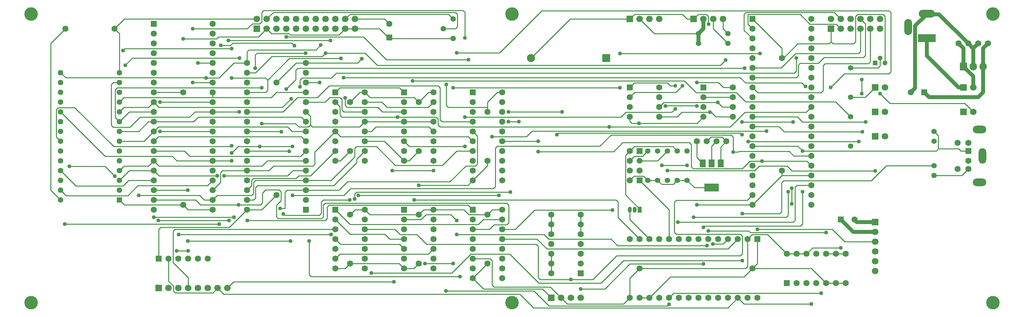
<source format=gbr>
%TF.GenerationSoftware,Novarm,DipTrace,4.3.0.5*%
%TF.CreationDate,2023-08-20T23:12:23+01:00*%
%FSLAX26Y26*%
%MOIN*%
%TF.FileFunction,Copper,L1,Top*%
%TF.Part,Single*%
%TA.AperFunction,Conductor*%
%ADD13C,0.009843*%
%ADD14C,0.03937*%
%TA.AperFunction,ComponentPad*%
%ADD17C,0.055118*%
%ADD18C,0.055118*%
%ADD19C,0.062992*%
%ADD20R,0.062992X0.062992*%
%ADD21C,0.062992*%
%ADD22C,0.06*%
%ADD23C,0.137795*%
%ADD24R,0.051181X0.051181*%
%ADD25C,0.051181*%
%ADD26R,0.066929X0.066929*%
%ADD27C,0.066929*%
%ADD28R,0.056693X0.056693*%
%ADD29C,0.056693*%
%ADD30O,0.137795X0.07874*%
%ADD31O,0.07874X0.15748*%
%ADD32C,0.066929*%
%ADD33R,0.181102X0.07874*%
%ADD34O,0.165354X0.07874*%
%ADD35O,0.07874X0.165354*%
%ADD36R,0.075X0.07874*%
%ADD37O,0.075X0.07874*%
%ADD38R,0.041339X0.059055*%
%ADD39O,0.041339X0.059055*%
%ADD40R,0.082677X0.082677*%
%ADD41C,0.082677*%
%ADD42C,0.056693*%
%ADD43R,0.059055X0.07874*%
%ADD44R,0.149606X0.07874*%
%TA.AperFunction,ViaPad*%
%ADD45C,0.04*%
%TA.AperFunction,ComponentPad*%
%ADD108C,0.03937*%
G75*
G01*
%LPD*%
X7427953Y1669684D2*
D13*
X7251969D1*
X7177953Y1743699D1*
X7427953Y1917715D2*
Y2093699D1*
X7477953Y2143699D1*
X6777953Y1743699D2*
X6733661Y1787991D1*
X6637992D1*
X6593701Y1743699D1*
X6877953D2*
X6777953D1*
X7077953D2*
X7037600Y1703346D1*
X6918306D1*
X6877953Y1743699D1*
X7177953D2*
X7077953D1*
X7293701Y3143701D2*
D14*
Y3243701D1*
X793701Y1544093D2*
D13*
X693701Y1644093D1*
Y3143306D1*
X844488Y3294093D1*
X5293701Y2643701D2*
X5243112D1*
X5143307Y2543896D1*
Y2490159D1*
Y2443896D1*
X8743701Y1343699D2*
D14*
X8868701Y1218699D1*
X9093701D1*
X8143701Y1843699D2*
D13*
Y1793699D1*
X7843504Y1493503D1*
X8393701Y993699D2*
X8293701D1*
X5793701D2*
Y893699D1*
X7277953Y2143699D2*
Y1977164D1*
X7337402Y1917715D1*
X4593701Y1443699D2*
X4493898D1*
X4444094Y1393896D1*
X2993504Y1593699D2*
X2843504Y1443699D1*
X2693701D1*
X4793898Y3193306D2*
X4143701D1*
Y3205904D1*
X9593701Y2643699D2*
D14*
X9643701Y2593699D1*
X10143701D1*
X10193701Y2643699D1*
Y2906495D1*
X6693701Y843699D2*
D13*
X6593701Y743699D1*
Y543699D1*
X3893701Y2643699D2*
X3844094D1*
X3743701Y2543306D1*
X4593701Y2643699D2*
X4543701D1*
X4443701Y2543699D1*
X1743504Y2643699D2*
X2043701Y2643896D1*
X3893701Y1443699D2*
X3793701D1*
X3743701Y1393699D1*
X5293701Y1443701D2*
X5193899D1*
X5144094Y1393896D1*
X7293701Y3243701D2*
D14*
X7344094Y3294094D1*
Y3393699D1*
X8293701Y993699D2*
D13*
X8193701D1*
X5793701Y893699D2*
Y793699D1*
X3793701Y3293699D2*
X3693701D1*
X4143701Y3205904D2*
Y3193701D1*
X4043702Y3293699D1*
X3793701D1*
X10193701Y2906495D2*
D14*
Y3095276D1*
X10242126Y3143701D1*
X2693701Y1443699D2*
D13*
X2513389Y1263387D1*
X1813385D1*
X1793701Y1243703D1*
Y943699D1*
X4993701Y943701D2*
X5170667D1*
X5190354Y924013D1*
Y674332D1*
X5210039Y654647D1*
X5782753D1*
X5893701Y543699D1*
X6693701Y843699D2*
X7774013D1*
X7793701Y863388D1*
Y1143699D1*
X5143307Y2490159D2*
X4744255D1*
X4724570Y2509844D1*
Y2724725D1*
X3893701Y2643699D2*
X3947438Y2589962D1*
X4397438D1*
X4443701Y2543699D1*
X7293701Y3243701D2*
X6843699D1*
X6693701Y3393699D1*
X9143701Y2993699D2*
Y2913389D1*
X9124012Y2893699D1*
X8843701D1*
X3893701Y1443699D2*
X3943504Y1393896D1*
X4444094D1*
X5144094D2*
X4952657D1*
X4902854Y1443699D1*
X4593701D1*
X9693701Y1793699D2*
X9977165D1*
X10043701Y1860235D1*
X3740118Y1544411D2*
X3468701D1*
X3449015Y1524725D1*
Y1407052D1*
X3429330Y1387367D1*
X3078110D1*
X3063031Y1402446D1*
X8143701Y1793699D2*
X8143700Y1793701D1*
X8443504Y1793503D1*
X2043700Y3189962D2*
X2382570D1*
X2403259Y3210651D1*
X2810653D1*
X2893701Y3293699D1*
X8393701Y993699D2*
X8455042Y1055040D1*
X8743700D1*
X7843504Y1493503D2*
X7277952Y1493505D1*
Y2745473D2*
X7495489D1*
X7547657Y2693306D1*
X7644094D1*
X5893701Y543699D2*
X5956415Y480985D1*
X6530987D1*
X6593701Y543699D1*
X7793701Y1143699D2*
X7839964Y1189962D1*
X7997438D1*
X8193701Y993699D1*
X2893701Y3293699D2*
X2941986Y3245414D1*
X3120926D1*
X3136004Y3230336D1*
X3630338D1*
X3693701Y3293699D1*
X6955433Y2504804D2*
X6959725Y2509096D1*
X7273660D1*
X7277952Y2504804D1*
X9943701Y3143701D2*
D14*
X9993701Y3093701D1*
Y2906495D1*
X10093701Y2806495D1*
Y2693699D1*
X1393701Y2444093D2*
D13*
X1439574Y2489966D1*
X1689771D1*
X1743504Y2543699D1*
X3293701D2*
X3491158D1*
X3537420Y2589962D1*
X3639964D1*
X3659649Y2570277D1*
Y2463385D1*
X3679335Y2443699D1*
X3893701D1*
X6693701Y1143699D2*
X6472271Y1365129D1*
Y1524726D1*
X6452586Y1544411D1*
X4397437D1*
X1743504Y2543699D2*
X1797237Y2489966D1*
X3052721D1*
X3141929Y2579174D1*
X1743504Y1543699D2*
X2169965D1*
X2219765Y1493899D1*
X2606106D1*
X2829177D1*
X2848862Y1513584D1*
Y1613387D1*
X2883626Y1648151D1*
X3020082D1*
X3039767Y1628466D1*
Y1537528D1*
X2993504Y1491265D1*
Y1372288D1*
X3013189Y1352603D1*
X3449015D1*
X3468700Y1372288D1*
Y1489962D1*
X3488385Y1509647D1*
X5339964D1*
X5359649Y1489962D1*
Y1309647D1*
X5339964Y1289962D1*
X5210370D1*
X5164109Y1243701D1*
X4993701D1*
X1743504Y1368162D2*
X2559492D1*
X1588972Y1589962D2*
X2211107D1*
X2257370Y1543699D1*
X2343504D1*
X3293701Y1743699D2*
X3548827D1*
X3789960Y1984833D1*
Y2070277D1*
X3809645Y2089962D1*
X4012129D1*
X4204653Y1897438D1*
X4684067D1*
X4830330Y2043701D1*
X4993701D1*
X2343504Y1543699D2*
X2389767Y1589962D1*
X2739964D1*
X2759649Y1609647D1*
Y1724013D1*
X2779336Y1743699D1*
X3293701D1*
X2343504Y1643699D2*
X2424523Y1724719D1*
Y1824013D1*
X2444210Y1843699D1*
X2693701D1*
X2409448Y1298151D2*
X836811Y1298159D1*
X3593701Y2243699D2*
X3647438Y2189962D1*
X4947439D1*
X4993701Y2143701D1*
X2693701Y1843699D2*
X2915996D1*
X2962258Y1889962D1*
X3364852D1*
X3384537Y1909647D1*
Y2034536D1*
X3593701Y2243699D1*
X3028267Y1456501D2*
X3079137D1*
Y1624012D1*
X3098825Y1643699D1*
X3293701D1*
X2343504Y1743699D2*
X2289767Y1689962D1*
X1581059D1*
X1478303Y1587206D1*
X850588D1*
X793701Y1644093D1*
X3293701Y1643699D2*
X3630986D1*
X3716783Y1729497D1*
X4761119D1*
X4921584Y1889962D1*
X5020279D1*
X5039964Y1909647D1*
Y2197437D1*
X4993701Y2243701D1*
X2693701Y2443699D2*
X3059155D1*
X3205417Y2589962D1*
X3408704D1*
X3528389Y2709647D1*
X4639964D1*
X4659649Y2689962D1*
Y2363385D1*
X4679334Y2343701D1*
X4993701D1*
X4794098Y2689962D2*
X6493700D1*
X4593701Y2343699D2*
X4293701D1*
X3893701D2*
X3839964Y2289962D1*
X3360830D1*
X3339964Y2310828D1*
Y2397436D1*
X3293701Y2443699D1*
X7921318Y3039765D2*
X6493700D1*
X1393701Y2344093D2*
X1493307Y2443699D1*
X1743504D1*
X2844256Y2690155D2*
X1370272D1*
X1350590Y2670473D1*
Y2387204D1*
X1393701Y2344093D1*
X3339964Y2310828D2*
X3319098Y2289962D1*
X3222306D1*
X3187543Y2324725D1*
X2844256D1*
X4293701Y2343699D2*
X3893701D1*
X3293701D2*
X3247438Y2389962D1*
X2197236D1*
X2150974Y2343699D1*
X1743504D1*
X8288594Y2993501D2*
Y2859450D1*
X8268909Y2839765D1*
X3601492D1*
X3551689Y2789962D1*
X3252051D1*
X3232366Y2770277D1*
Y2700324D1*
X1743504Y2343699D2*
X1687989D1*
X1588382Y2244093D1*
X1393701D1*
X3293701Y2243699D2*
X3151346D1*
X3105083Y2289962D1*
X1789767D1*
X1743504Y2243699D1*
X7762476Y2889962D2*
X3210039D1*
X3190354Y2870277D1*
Y2774604D1*
X3094216Y2678466D1*
X1743504Y2243699D2*
X1643898Y2144093D1*
X1393701D1*
X1743504Y2143699D2*
X1789767Y2189962D1*
X3247438D1*
X3293701Y2143699D1*
X1743504Y2043699D2*
X2056126D1*
X2109863Y1989962D1*
X3239964D1*
X3293701Y2043699D1*
X1393701Y1844093D2*
X1439578Y1889970D1*
X1689775D1*
X1743504Y1943699D1*
X1797233Y1889970D1*
X2847473D1*
X2901203Y1943699D1*
X3293701D1*
X2389759Y1789962D2*
X1797241D1*
X1743504Y1843699D1*
X2459287Y1789962D2*
X3104728D1*
X3158466Y1843699D1*
X3293701D1*
X1743504D2*
X1493307D1*
X1393701Y1744093D1*
X1743504Y1743699D2*
X1484744D1*
X1428250Y1687206D1*
X950588D1*
X793701Y1844093D1*
X2509649Y1332918D2*
X1789763D1*
X2697283D2*
X3488385D1*
X3508070Y1352603D1*
Y1470276D1*
X3527756Y1489962D1*
X4947439D1*
X4993701Y1443701D1*
X4863425Y761462D2*
X3347184D1*
X3327500Y781146D1*
Y1124725D1*
X884653Y1887206D2*
X1245984D1*
X1345984Y1787206D1*
X3137775Y1124725D2*
X2089960D1*
X1743504Y1643699D2*
X2089960Y1643698D1*
X3122696Y2040119D2*
X3119116Y2043699D1*
X2693701D1*
X8793701Y993699D2*
X8693701D1*
X8593701D1*
X8593700Y1209647D2*
X7822499D1*
X7804271Y1227875D1*
X7393700D1*
X6593701Y1443701D2*
Y1343699D1*
X6793701Y1143699D1*
X7177952Y1897363D2*
X6920275D1*
X6693701Y1743699D2*
X6993701Y1443699D1*
Y1143699D1*
X5293701Y1143701D2*
X5647804D1*
X5748393Y1043111D1*
X7593113D1*
X7693701Y1143699D1*
X3893701Y2043699D2*
X3809645Y1959644D1*
Y1923777D1*
X3575830Y1689962D1*
X2799019D1*
X2779334Y1670277D1*
Y1563387D1*
X2759647Y1543699D1*
X2693701D1*
X3593701Y2043699D2*
X3339964Y1789962D1*
X3218988D1*
X3192413Y1763387D1*
X2759649D1*
X2739964Y1743702D1*
Y1689963D1*
X2693701Y1643699D1*
X5293701Y1343701D2*
X5100046D1*
X5049456Y1293111D1*
X3744289D1*
X3593701Y1443699D1*
X4593701Y2243699D2*
X4547438Y2289962D1*
X4005618D1*
X3959356Y2243699D1*
X3893701D1*
X5793701Y1393699D2*
Y1193699D1*
X7800130Y2139765D2*
X8927756D1*
X3293701Y2643699D2*
X2992827D1*
X2939089Y2589962D1*
X2343504D1*
X1439570D1*
X1393701Y2544093D1*
X8639960Y2693501D2*
X8781213Y2834754D1*
X9234052D1*
X9253740Y2854442D1*
Y3459450D1*
X9234055Y3479135D1*
X5695704D1*
X5265318Y3048749D1*
X4828862D1*
X4593701Y2543699D2*
X4539964Y2489962D1*
X4119051D1*
X4065314Y2543699D1*
X3893701D1*
X2343504Y2643699D2*
Y2589962D1*
X6993700Y476379D2*
X6978621Y461300D1*
X5769197D1*
X5615220Y615277D1*
X4719771D1*
X4593700Y1842989D2*
X4173307D1*
X6993701Y543699D2*
X7039964Y589962D1*
X8543110D1*
X2343504Y2543699D2*
X1804842Y2543702D1*
X4293701Y2643699D2*
X4247438Y2689962D1*
X3639964D1*
X3593701Y2643699D1*
X2427677Y3124725D2*
X2525314D1*
X2547834Y3147245D1*
X3150886D1*
X3176693Y3121438D1*
X3293701Y2743699D2*
X3433783Y2744411D1*
X3593701Y2543699D2*
X3639964Y2497436D1*
Y2409647D1*
X3659649Y2389962D1*
X4227756D1*
X3290122Y3044411D2*
X2794414D1*
X2774728Y3024725D1*
Y2889962D1*
X6383063Y2289962D2*
X7615453D1*
X7765256Y2439765D1*
X8389767D1*
X8443504Y2493503D1*
X4227756Y2389962D2*
X4620279D1*
X4639964Y2370277D1*
Y2309647D1*
X4659649Y2289962D1*
X6383063D1*
X2343504Y2443699D2*
X2161599D1*
X2107861Y2389962D1*
X1601626D1*
X1498870Y2287206D1*
X1330905D1*
X1311220Y2306891D1*
Y2724408D1*
X1330905Y2744093D1*
X1393701D1*
X2612677Y2443702D2*
X2343504Y2443699D1*
X793701Y2844093D2*
X844685Y2793109D1*
X2271577D1*
X2274724Y2789962D1*
X4293701Y2143699D2*
X4347438Y2089962D1*
X4912677D1*
X7055287Y2474332D2*
X7020523Y2439568D1*
X6553267D1*
X6503661Y2389962D1*
X4912677D1*
X4293701Y2443699D2*
X4072678D1*
X4026415Y2489962D1*
X3714098D1*
X3694413Y2509647D1*
Y2586682D1*
X7243110Y1368871D2*
X8185358D1*
X8205043Y1388556D1*
Y1628269D1*
X2693701Y2943699D2*
Y3059486D1*
X2713389Y3079174D1*
X3394810D1*
X3444653Y3129017D1*
X2274724Y2789962D2*
X2405259D1*
X2558997Y2943699D1*
X2693701D1*
Y2843699D2*
X2781276D1*
X2947223Y3009647D1*
X3459732D1*
X3494496Y3044411D1*
X1451889Y2921970D2*
X1523026Y2993107D1*
X2617693D1*
X2343504Y2243699D2*
X1804842Y2243702D1*
X3494496Y3044411D2*
X3894913D1*
X4019240Y2920084D1*
X7514960D1*
X7569405Y2974529D1*
X8382161Y2705001D2*
X8347397Y2739765D1*
X7772141D1*
X7717653Y2794253D1*
X3674728D1*
X3541929Y3175887D2*
X2501811D1*
X2693701Y2643699D2*
X2883939D1*
X2903626Y2663387D1*
Y2769095D1*
X2882759Y2789962D1*
X2536574D1*
X3648460Y2989962D2*
X3124493D1*
X2903626Y2769095D1*
X1428464Y3070273D2*
X1448153Y3089962D1*
X2536574D1*
X8243110Y1663513D2*
Y1505001D1*
X7736007Y2339765D2*
X8255090D1*
X5848149Y2212285D2*
X5863227Y2227363D1*
X7720929D1*
X7736007Y2212285D1*
X3157460Y1589962D2*
X3678248D1*
X3748256Y1659970D1*
X5204649D1*
X5224334Y1679655D1*
Y2073426D1*
X5244019Y2093111D1*
X6287716D1*
X6402283Y2207678D1*
X7627110D1*
X7646795Y2187993D1*
Y2034529D1*
X2536578Y2024725D2*
X2601815Y2089962D1*
X2824570D1*
X2343504Y1943699D2*
X1977949D1*
X1931686Y1989962D1*
X1247832D1*
X793701Y2444093D1*
X2536578Y1943702D2*
X2343504Y1943699D1*
X7646795Y2034529D2*
X7698913D1*
X7704149Y2039765D1*
X8218090D1*
X8264353Y1993503D1*
X8443504D1*
X2824570Y2089962D2*
X3157460D1*
X7893701Y1143699D2*
Y893699D1*
X7843701Y843699D1*
X9455906Y2643699D2*
D14*
X9501181Y2688975D1*
Y3323621D1*
X9619291Y3441731D1*
Y3446161D1*
X8593701Y693699D2*
D13*
X8693701D1*
X3593701Y1943699D2*
X3644094D1*
X3743701Y2043306D1*
X3593701Y843699D2*
X3693701D1*
X3743701Y893699D1*
X7376378Y2143699D2*
X7420669Y2187991D1*
X7532087D1*
X7576378Y2143699D1*
X4143701Y3343699D2*
X4093701Y3393699D1*
X3793701D1*
X7843504Y3393503D2*
X8143701Y3093306D1*
Y2993699D1*
X4993701Y1743701D2*
X5143307Y1893307D1*
Y1943896D1*
X6093701Y1193699D2*
Y1393699D1*
X4993701Y743701D2*
X5142913Y892912D1*
X5144094Y893896D1*
X4293701Y843699D2*
X4393898D1*
X4444094Y893896D1*
X2343504Y1443699D2*
X2093898D1*
X2043701Y1493896D1*
X9093701Y1318699D2*
D14*
X8906496D1*
X8881496Y1343699D1*
X10042126Y3143701D2*
X10093701Y3092126D1*
Y3093701D1*
X10143701Y3143701D1*
X1393701Y2844093D2*
D13*
Y3244881D1*
X1344488Y3294093D1*
X2993504Y2743699D2*
X3193504Y2943699D1*
X3293701D1*
X4293701Y1943699D2*
X4343701D1*
X4443701Y2043699D1*
X10093701Y3093701D2*
D14*
Y2906495D1*
X9619291Y3441731D2*
X9744096D1*
X10042126Y3143701D1*
X8693701Y693699D2*
D13*
X8793701D1*
X7576378Y2143699D2*
X7518504Y2085825D1*
Y1917715D1*
X8593701Y693699D2*
X8443701Y843699D1*
X7843701D1*
X4993701Y743701D2*
X5102439Y634962D1*
X5702438D1*
X5793701Y543699D1*
X2793701Y3393699D2*
X1444094D1*
X1344488Y3294093D1*
X9193701Y2943699D2*
Y3422044D1*
X9174011Y3441733D1*
X8911614D1*
X8891929Y3422048D1*
Y3159450D1*
X8872244Y3139765D1*
X8664566D1*
X8643700Y3160631D1*
X8622834Y3139765D1*
X8304530D1*
X8158465Y2993699D1*
X8143701D1*
X4293701Y1943699D2*
X4093701Y2143699D1*
X3893701D1*
X7344094Y2393306D2*
X7278148Y2327359D1*
X6685161D1*
X1393701Y1544093D2*
X1443898Y1493896D1*
X2043701D1*
X3743701Y893699D2*
X4243701D1*
X4293701Y843699D1*
X3293701Y2943699D2*
X3818344D1*
X3861614Y2986970D1*
X4993701Y1743701D2*
X4944733Y1694733D1*
X4443700D1*
X7344094Y2593306D2*
X7644094D1*
X8643700Y3160631D2*
X8643701Y3293503D1*
X4505433Y893895D2*
X4793901D1*
X6593701Y3393699D2*
X5986613D1*
X5586614Y2993701D1*
X7244094Y3393699D2*
X7177460D1*
X7129229Y3441930D1*
X6641932D1*
X6593701Y3393699D1*
X7395866Y3339765D2*
X7392322Y3343309D1*
Y3422245D1*
X7372637Y3441930D1*
X7292325D1*
X7244094Y3393699D1*
X6793701Y543699D2*
X6693701D1*
X7843701Y843699D2*
X7757755Y757753D1*
X7007755D1*
X6793701Y543699D1*
X6685161Y2327359D2*
X6613779D1*
X6594094Y2347044D1*
Y2393306D1*
X7444094Y3393699D2*
Y3293307D1*
X7593701Y3143701D1*
X7644094Y2493306D2*
X7535715D1*
X7489452Y2539568D1*
X6940357D1*
X6894094Y2493306D1*
X7544094Y3393699D2*
Y3293307D1*
X7593701Y3243701D1*
X7644094Y2393306D2*
X7470130D1*
X7423867Y2439568D1*
X7411141D1*
X7122024D1*
X7075762Y2393306D1*
X6894094D1*
X4949283Y2978466D2*
X4112547D1*
X3880362Y3210651D1*
X3093700D1*
X7892913Y1244411D2*
X8657804D1*
X8783516Y1118699D1*
X9093701D1*
X8997283Y2339765D2*
X8352633D1*
X8298896Y2393503D1*
X7843504D1*
X2193700Y2942950D2*
X2343504Y2943699D1*
X2093700Y1024725D2*
X1974724D1*
X9993701Y2693699D2*
D14*
X9943701D1*
X9619291Y3018110D1*
Y3198130D1*
X9093701Y2693699D2*
D13*
X8993701Y2593699D1*
X8843701D1*
X6977952Y1842914D2*
X7866239D1*
X7913287Y1889962D1*
X8194791D1*
X8244988Y1839765D1*
X9093696D1*
X8743701Y3293503D2*
X8695470Y3341733D1*
X8426571D1*
X8328539Y3439765D1*
X7797240D1*
Y3339766D1*
X7843504Y3293503D1*
X8743701Y3393503D2*
X8677753Y3459450D1*
X7777555D1*
X7757870Y3439765D1*
Y3279136D1*
X7843504Y3193503D1*
X8943701Y3293503D2*
Y3059451D1*
X8924015Y3039765D1*
X8282774D1*
X8136512Y2893503D1*
X7843504D1*
X8943701Y3393503D2*
X8991929Y3345274D1*
Y3020080D1*
X8972244Y3000395D1*
X8574500D1*
X8513870Y2939765D1*
X8327964D1*
X8308279Y2920080D1*
Y2813190D1*
X8288592Y2793503D1*
X7843504D1*
X9043701Y3293503D2*
Y2955711D1*
X9024015Y2936025D1*
X8583555D1*
X8563870Y2916340D1*
Y2659450D1*
X8544185Y2639765D1*
X7897241D1*
X7843504Y2693503D1*
X4793898Y3393306D2*
X4745273Y3441930D1*
X3741932D1*
X3693701Y3393699D1*
X4693898Y3293306D2*
X4817323D1*
X4837007Y3312990D1*
Y3441930D1*
X4817322Y3461615D1*
X2961617D1*
X2893701Y3393699D1*
X9693701Y1893699D2*
X9205433D1*
X9051498Y1739765D1*
X8158464D1*
X8138779Y1720080D1*
Y1423320D1*
X8119094Y1403635D1*
X7739960D1*
X3959649Y796225D2*
X4778778D1*
X4972515Y989962D1*
X5370463D1*
X5666133Y694292D1*
X6299901D1*
X6530334Y924725D1*
X7739960D1*
X6693701Y1443701D2*
Y1452558D1*
X6549409Y1596849D1*
Y1999408D1*
X6593701Y2043699D1*
X6639964Y2089962D1*
X7031690D1*
X7077953Y2043699D1*
X4379334Y2759489D2*
X7151283D1*
X7271204Y2639568D1*
X7678948D1*
X7771468Y2547048D1*
X8690352D1*
X8843701Y2393699D1*
X6777953Y2043699D2*
X6724216Y1989962D1*
X6639964D1*
X6593701Y1943699D1*
X6693701D2*
X6877953D1*
X6977953Y2043699D1*
X4293701Y1143699D2*
X4146767D1*
X4096213Y1194253D1*
X3743147D1*
X3593701Y1343699D1*
X4293701Y1043699D2*
X4247438Y1089962D1*
X3647438D1*
X3593701Y1143699D1*
X4593701Y1043699D2*
X4539964Y989962D1*
X3639964D1*
X3593701Y943699D1*
X5259098Y1590442D2*
X3825204D1*
X7055906Y2711022D2*
X7005931D1*
X6977385Y2739568D1*
X6640357D1*
X6594094Y2693306D1*
X7130709Y2711022D2*
X7062405Y2642718D1*
X6643507D1*
X6594094Y2593306D1*
X3550326Y1189962D2*
X1997437D1*
X7843504Y1593503D2*
X7789767Y1539765D1*
X7067129D1*
X7047444Y1520080D1*
Y1212797D1*
X7067130Y1193111D1*
X7720275D1*
X7739960Y1173426D1*
Y994253D1*
X7720275Y974568D1*
X6460135D1*
X6217926Y732359D1*
X5993704D1*
X5678409D1*
X5658724Y752044D1*
Y1070277D1*
X5639039Y1089962D1*
X4521397D1*
X4421397Y1189962D1*
X4254626D1*
X4200889Y1243699D1*
X3893701D1*
X9693701Y2243699D2*
X9736023Y2201377D1*
Y2066143D1*
X9715157Y2045277D1*
X8353133D1*
X9736023Y2066143D2*
X9944480D1*
X9965349Y2045274D1*
X10043701D1*
X7343862Y1264096D2*
X7358940Y1279174D1*
X8333448D1*
X8353133Y1298859D1*
Y1628269D1*
X6093700Y634966D2*
X6339272D1*
X6594268Y889962D1*
X7343862D1*
X8353133Y2045277D2*
X8304908Y2093503D1*
X7843504D1*
X5355043Y2443702D2*
X5902598D1*
X2140283Y2743698D2*
X2254716D1*
X2254718Y2743699D1*
X2343504D1*
X5189570Y2189962D2*
X5540236D1*
X5597322Y2247048D1*
X7984866D1*
X4914519Y3201655D2*
Y3461615D1*
X4894834Y3481300D1*
X2861614D1*
X2841929Y3461615D1*
Y3364765D1*
X2822244Y3345080D1*
X2746055D1*
X2694086Y3293111D1*
X2140283D1*
X8962519Y2239765D2*
X8165409D1*
X8111672Y2293503D1*
X7843504D1*
X6417822Y1439962D2*
X5623510D1*
X5427249Y1243701D1*
X5293701D1*
X7082208Y1319029D2*
X8258189D1*
X8277874Y1338714D1*
Y1673817D1*
X8297560Y1693503D1*
X8443504D1*
X1893701Y943699D2*
Y715749D1*
X1941338Y668111D1*
Y615155D1*
X1961023Y595470D1*
X2344881D1*
X2393110Y643699D1*
X7693701Y543699D2*
X7755037Y482363D1*
X8443504D1*
X2393110Y643699D2*
X2456296Y580513D1*
X5472920D1*
X5611818Y441615D1*
X7591617D1*
X7693701Y543699D1*
X3593701Y1243699D2*
X1959647D1*
X1939960Y1224013D1*
Y902788D1*
X2093110Y749638D1*
Y643699D1*
X2693701Y2243699D2*
X3040310D1*
X3044374Y2239635D1*
X5355043Y2343702D2*
X5463941D1*
X2536578Y2097442D2*
X2529098Y2089962D1*
X1334968D1*
X937724Y2487206D1*
X770275D1*
X750590Y2467521D1*
Y2187204D1*
X793701Y2144093D1*
X7439960Y1094288D2*
X7544290D1*
X7593701Y1143699D1*
X4293701Y1343699D2*
X4465647D1*
X4515058Y1393111D1*
X4768346D1*
X4828661Y1332796D1*
X8957165Y2630391D2*
Y2774529D1*
X2493110Y643699D2*
X2556420Y707009D1*
X4188385D1*
X7378626Y1079214D2*
X6467924D1*
X6404027Y1143111D1*
X5767717D1*
X5720866Y1189962D1*
X4828661D1*
X9141929Y2630391D2*
X9241488Y2530832D1*
X10006568D1*
X10093701Y2443699D1*
X3789960Y1555198D2*
Y1605521D1*
X3809645Y1625206D1*
X5374728D1*
X8443504Y1893503D2*
X8397241Y1939765D1*
X7939960D1*
X5293701Y2143701D2*
X5660594Y2143698D1*
X7939960Y1939765D2*
X7816138D1*
X7738972Y1862599D1*
X7239961D1*
X7220275Y1882285D1*
Y2109647D1*
X7200590Y2129332D1*
X6518830D1*
X6428279Y2038781D1*
X5660594D1*
D45*
X3063031Y1402446D3*
X3740118Y1544411D3*
X8743700Y1055040D3*
X7277952Y1493505D3*
Y2504804D3*
X6955433D3*
X2043700Y3189962D3*
X4724570Y2724725D3*
X7277952Y2745473D3*
X4397437Y1544411D3*
X3141929Y2579174D3*
X2606106Y1493899D3*
X2559492Y1368162D3*
X1743504D3*
X1588972Y1589962D3*
X2409448Y1298151D3*
X836811Y1298159D3*
X3028267Y1456501D3*
X6493700Y2689962D3*
X4794098D3*
X2844256Y2324725D3*
Y2690155D3*
X6493700Y3039765D3*
X7921318D3*
X3232366Y2700324D3*
X8288594Y2993501D3*
X3094216Y2678466D3*
X7762476Y2889962D3*
X2459287Y1789962D3*
X2389759D3*
X1789763Y1332918D3*
X2509649D3*
X2697283D3*
X4863425Y761462D3*
X3327500Y1124725D3*
X1345984Y1787206D3*
X884653Y1887206D3*
X3122696Y2040119D3*
X2089960Y1124725D3*
Y1643698D3*
X3137775Y1124725D3*
X7393700Y1227875D3*
X8593700Y1209647D3*
X6920275Y1897363D3*
X7177952D3*
X8927756Y2139765D3*
X7800130D3*
X4828862Y3048749D3*
X8639960Y2693501D3*
X4719771Y615277D3*
X6993700Y476379D3*
X4173307Y1842989D3*
X4593700D3*
X8543110Y589962D3*
X1804842Y2543702D3*
X3176693Y3121438D3*
X2427677Y3124725D3*
X3433783Y2744411D3*
X6383063Y2289962D3*
X2612677Y2443702D3*
X2774728Y2889962D3*
X3290122Y3044411D3*
X4227756Y2389962D3*
X3444653Y3129017D3*
X4912677Y2089962D3*
Y2389962D3*
X7055287Y2474332D3*
X3694413Y2586682D3*
X8205043Y1628269D3*
X7243110Y1368871D3*
X2274724Y2789962D3*
X1451889Y2921970D3*
X2617693Y2993107D3*
X7569405Y2974529D3*
X1804842Y2243702D3*
X3494496Y3044411D3*
X3674728Y2794253D3*
X8382161Y2705001D3*
X2501811Y3175887D3*
X3541929D3*
X3648460Y2989962D3*
X2536574Y2789962D3*
Y3089962D3*
X1428464Y3070273D3*
X8243110Y1505001D3*
Y1663513D3*
X8255090Y2339765D3*
X7736007D3*
Y2212285D3*
X5848149D3*
X3157460Y2089962D3*
Y1589962D3*
X2536578Y1943702D3*
Y2024725D3*
X2824570Y2089962D3*
X7646795Y2034529D3*
X6685161Y2327359D3*
X7395866Y3339765D3*
X4443700Y1694733D3*
X4793901Y893895D3*
X4505433D3*
X3861614Y2986970D3*
X7489452Y2539568D3*
X7411141Y2439568D3*
X3093700Y3210651D3*
X4949283Y2978466D3*
X7892913Y1244411D3*
X8997283Y2339765D3*
X2193700Y2942950D3*
X1974724Y1024725D3*
X2093700D3*
X9093696Y1839765D3*
X6977952Y1842914D3*
X7739960Y1403635D3*
Y924725D3*
X3959649Y796225D3*
X4379334Y2759489D3*
X3825204Y1590442D3*
X5259098D3*
X1997437Y1189962D3*
X3550326D3*
X5993704Y732359D3*
X8353133Y1628269D3*
X7343862Y1264096D3*
Y889962D3*
X6093700Y634966D3*
X8353133Y2045277D3*
X5902598Y2443702D3*
X5355043D3*
X7984866Y2247048D3*
X5189570Y2189962D3*
X2140283Y3293111D3*
X4914519Y3201655D3*
X2140283Y2743698D3*
X8962519Y2239765D3*
X6417822Y1439962D3*
X7082208Y1319029D3*
X8443504Y482363D3*
X2536578Y2097442D3*
X5463941Y2343702D3*
X5355043D3*
X3044374Y2239635D3*
X8957165Y2774529D3*
Y2630391D3*
X4188385Y707009D3*
X9141929Y2630391D3*
X4828661Y1189962D3*
X7378626Y1079214D3*
X4828661Y1332796D3*
X7439960Y1094288D3*
X5374728Y1625206D3*
X3789960Y1555198D3*
X5660594Y2038781D3*
Y2143698D3*
X7939960Y1939765D3*
D17*
X6977953Y1743699D3*
D18*
Y2043699D3*
D19*
X8493701Y993699D3*
Y693699D3*
D20*
X8193701D3*
D21*
X8293701D3*
X8393701D3*
D19*
X8593701D3*
X8693701D3*
X8793701D3*
Y993699D3*
X8693701D3*
X8593701D3*
X8393701D3*
X8293701D3*
X8193701D3*
D20*
X3293701Y1443699D3*
D21*
Y1543699D3*
Y1643699D3*
Y1743699D3*
Y1843699D3*
Y1943699D3*
Y2043699D3*
Y2143699D3*
Y2243699D3*
Y2343699D3*
Y2443699D3*
Y2543699D3*
Y2643699D3*
Y2743699D3*
Y2843699D3*
Y2943699D3*
X2693701D3*
Y2843699D3*
Y2743699D3*
Y2643699D3*
Y2543699D3*
Y2443699D3*
Y2343699D3*
Y2243699D3*
Y2143699D3*
Y2043699D3*
Y1943699D3*
Y1843699D3*
Y1743699D3*
Y1643699D3*
Y1543699D3*
Y1443699D3*
D17*
X6877953Y2043699D3*
D18*
Y1743699D3*
D20*
X6693701D3*
D19*
Y1843699D3*
D22*
Y1943699D3*
D20*
Y2043699D3*
D19*
X6593701D3*
Y1943699D3*
Y1843699D3*
Y1743699D3*
D20*
X7843504Y3393503D3*
D21*
Y3293503D3*
Y3193503D3*
Y3093503D3*
Y2993503D3*
Y2893503D3*
Y2793503D3*
Y2693503D3*
Y2593503D3*
Y2493503D3*
Y2393503D3*
Y2293503D3*
Y2193503D3*
Y2093503D3*
Y1993503D3*
Y1893503D3*
Y1793503D3*
Y1693503D3*
Y1593503D3*
Y1493503D3*
X8443504D3*
Y1593503D3*
Y1693503D3*
Y1793503D3*
Y1893503D3*
Y1993503D3*
Y2093503D3*
Y2193503D3*
Y2293503D3*
Y2393503D3*
Y2493503D3*
Y2593503D3*
Y2693503D3*
Y2793503D3*
Y2893503D3*
Y2993503D3*
Y3093503D3*
Y3193503D3*
Y3293503D3*
Y3393503D3*
D20*
X9593701Y2643699D3*
D19*
X9455906D3*
D20*
X4143701Y3205904D3*
D19*
Y3343699D3*
D23*
X5393701Y493699D3*
D24*
X9093701Y2943699D3*
D25*
X9143701Y2993699D3*
X9193701Y2943699D3*
D19*
X7277953Y2143699D3*
X7376378D3*
D23*
X493701Y493699D3*
D26*
X7244094Y3393699D3*
D27*
X7344094D3*
X7444094D3*
X7544094D3*
D26*
X2793701Y3293699D3*
D27*
Y3393699D3*
X2893701Y3293699D3*
Y3393699D3*
X2993701Y3293699D3*
Y3393699D3*
X3093701Y3293699D3*
Y3393699D3*
X3193701Y3293699D3*
Y3393699D3*
X3293701Y3293699D3*
Y3393699D3*
X3393701Y3293699D3*
Y3393699D3*
X3493701Y3293699D3*
Y3393699D3*
X3593701Y3293699D3*
Y3393699D3*
X3693701Y3293699D3*
Y3393699D3*
X3793701Y3293699D3*
Y3393699D3*
D20*
X6594094Y2693306D3*
D21*
Y2593306D3*
Y2493306D3*
Y2393306D3*
X6894094D3*
Y2493306D3*
Y2593306D3*
Y2693306D3*
D19*
X3743701Y1393699D3*
Y893699D3*
D20*
X1743504Y3343699D3*
D21*
Y3243699D3*
Y3143699D3*
Y3043699D3*
Y2943699D3*
Y2843699D3*
Y2743699D3*
Y2643699D3*
Y2543699D3*
Y2443699D3*
Y2343699D3*
Y2243699D3*
Y2143699D3*
Y2043699D3*
Y1943699D3*
Y1843699D3*
Y1743699D3*
Y1643699D3*
Y1543699D3*
Y1443699D3*
X2343504D3*
Y1543699D3*
Y1643699D3*
Y1743699D3*
Y1843699D3*
Y1943699D3*
Y2043699D3*
Y2143699D3*
Y2243699D3*
Y2343699D3*
Y2443699D3*
Y2543699D3*
Y2643699D3*
Y2743699D3*
Y2843699D3*
Y2943699D3*
Y3043699D3*
Y3143699D3*
Y3243699D3*
Y3343699D3*
D20*
X8743701Y1343699D3*
D19*
X8881496D3*
D17*
X7593701Y3243701D3*
D18*
X7293701D3*
D19*
X6693701Y843699D3*
X7843701D3*
D17*
X7077953Y2043699D3*
D18*
Y1743699D3*
D19*
X7477953Y2143699D3*
X7576378D3*
D20*
X3593701Y1443699D3*
D21*
Y1343699D3*
Y1243699D3*
Y1143699D3*
Y1043699D3*
Y943699D3*
Y843699D3*
X3893701D3*
Y943699D3*
Y1043699D3*
Y1143699D3*
Y1243699D3*
Y1343699D3*
Y1443699D3*
D23*
X10293701Y3443699D3*
D17*
X8843701Y2893699D3*
D18*
Y2593699D3*
D17*
X9693701Y2243699D3*
D18*
Y2143699D3*
D28*
X1393701Y1544093D3*
D29*
Y1644093D3*
Y1744093D3*
Y1844093D3*
Y1944093D3*
Y2044093D3*
Y2144093D3*
Y2244093D3*
Y2344093D3*
Y2444093D3*
Y2544093D3*
Y2644093D3*
Y2744093D3*
Y2844093D3*
X793701D3*
Y2744093D3*
Y2644093D3*
Y2544093D3*
Y2444093D3*
Y2344093D3*
Y2244093D3*
Y2144093D3*
Y2044093D3*
Y1944093D3*
Y1844093D3*
Y1744093D3*
Y1644093D3*
Y1544093D3*
D19*
X5793701Y1093699D3*
X6093701D3*
D20*
Y793699D3*
D21*
Y893699D3*
Y993699D3*
D19*
Y1193699D3*
Y1293699D3*
Y1393699D3*
X5793701D3*
Y1293699D3*
Y1193699D3*
Y993699D3*
Y893699D3*
Y793699D3*
D26*
X9093701Y2193699D3*
D27*
X9193701D3*
D20*
X10043701Y2045274D3*
D19*
Y1942912D3*
Y2127951D3*
Y1860235D3*
X9933465Y2127951D3*
Y1860235D3*
D30*
X10155906Y1724408D3*
D31*
X10187402Y1994093D3*
D30*
X10155906Y2263778D3*
D17*
X8843701Y2393699D3*
D18*
Y2093699D3*
D17*
X6777953Y2043699D3*
D18*
Y1743699D3*
D19*
X2043701Y2643896D3*
Y1493896D3*
D26*
X8643701Y3293503D3*
D27*
Y3393503D3*
X8743701Y3293503D3*
Y3393503D3*
X8843701Y3293503D3*
Y3393503D3*
X8943701Y3293503D3*
Y3393503D3*
X9043701Y3293503D3*
Y3393503D3*
X9143701Y3293503D3*
Y3393503D3*
D23*
X493701Y3443699D3*
D26*
X9093701Y1318699D3*
D32*
Y1218699D3*
Y1118699D3*
Y1018699D3*
Y918699D3*
Y818699D3*
D19*
X9943701Y3143701D3*
X10042126D3*
D33*
X9619291Y3198130D3*
D34*
Y3446161D3*
D35*
X9430315Y3312303D3*
D19*
X4444094Y1393896D3*
Y893896D3*
D36*
X9993701Y2906495D3*
D37*
X10093701D3*
X10193701D3*
D19*
X5144094Y1393896D3*
Y893896D3*
D20*
X4293701Y1443699D3*
D21*
Y1343699D3*
Y1243699D3*
Y1143699D3*
Y1043699D3*
Y943699D3*
Y843699D3*
X4593701D3*
Y943699D3*
Y1043699D3*
Y1143699D3*
Y1243699D3*
Y1343699D3*
Y1443699D3*
D38*
X6693701Y1443701D3*
D39*
X6643701D3*
X6593701D3*
D17*
X9693701Y1893699D3*
D18*
Y1793699D3*
D19*
X3743701Y2543306D3*
Y2043306D3*
D26*
X9093701Y2443699D3*
D27*
X9193701D3*
D20*
X4293701Y2643699D3*
D21*
Y2543699D3*
Y2443699D3*
Y2343699D3*
Y2243699D3*
Y2143699D3*
Y2043699D3*
Y1943699D3*
X4593701D3*
Y2043699D3*
Y2143699D3*
Y2243699D3*
Y2343699D3*
Y2443699D3*
Y2543699D3*
Y2643699D3*
D40*
X6354331Y2993701D3*
D41*
X5586614D3*
D23*
X10293701Y493699D3*
D17*
X7177953Y2043699D3*
D18*
Y1743699D3*
D20*
X4993701Y2643701D3*
D21*
Y2543701D3*
Y2443701D3*
Y2343701D3*
Y2243701D3*
Y2143701D3*
Y2043701D3*
Y1943701D3*
Y1843701D3*
Y1743701D3*
X5293701D3*
Y1843701D3*
Y1943701D3*
Y2043701D3*
Y2143701D3*
Y2243701D3*
Y2343701D3*
Y2443701D3*
Y2543701D3*
Y2643701D3*
D26*
X1793110Y643699D3*
D27*
X1893110D3*
X1993110D3*
X2093110D3*
X2193110D3*
X2293110D3*
X2393110D3*
X2493110D3*
D26*
X9993701Y2693699D3*
D27*
X10093701D3*
D20*
X7344094Y2693306D3*
D21*
Y2593306D3*
Y2493306D3*
Y2393306D3*
X7644094D3*
Y2493306D3*
Y2593306D3*
Y2693306D3*
D19*
X8143701Y1843699D3*
Y2993699D3*
D20*
X4993701Y1443701D3*
D21*
Y1343701D3*
Y1243701D3*
Y1143701D3*
Y1043701D3*
Y943701D3*
Y843701D3*
Y743701D3*
X5293701D3*
Y843701D3*
Y943701D3*
Y1043701D3*
Y1143701D3*
Y1243701D3*
Y1343701D3*
Y1443701D3*
D26*
X6593701Y3393699D3*
D27*
X6693701D3*
X6793701D3*
X6893701D3*
D19*
X5143307Y2443896D3*
Y1943896D3*
D26*
X9993701Y2443699D3*
D27*
X10093701D3*
D20*
X3593701Y2643699D3*
D21*
Y2543699D3*
Y2443699D3*
Y2343699D3*
Y2243699D3*
Y2143699D3*
Y2043699D3*
Y1943699D3*
X3893701D3*
Y2043699D3*
Y2143699D3*
Y2243699D3*
Y2343699D3*
Y2443699D3*
Y2543699D3*
Y2643699D3*
D19*
X844488Y3294093D3*
X1344488D3*
D42*
X4793898Y3193306D3*
X4693898Y3293306D3*
X4793898Y3393306D3*
D26*
X5793701Y543699D3*
D27*
X5893701D3*
X5993701D3*
X6093701D3*
D17*
X7593701Y3143701D3*
D18*
X7293701D3*
D108*
X7055906Y2711022D3*
X7130709D3*
D20*
X7893701Y1143699D3*
D21*
X7793701D3*
X7693701D3*
X7593701D3*
X7493701D3*
X7393701D3*
X7293701D3*
X7193701D3*
X7093701D3*
X6993701D3*
X6893701D3*
X6793701D3*
X6693701D3*
X6593701D3*
Y543699D3*
X6693701D3*
X6793701D3*
X6893701D3*
X6993701D3*
X7093701D3*
X7193701D3*
X7293701D3*
X7393701D3*
X7493701D3*
X7593701D3*
X7693701D3*
X7793701D3*
X7893701D3*
D43*
X7518504Y1917715D3*
X7427953D3*
D44*
Y1669684D3*
D43*
X7337402Y1917715D3*
D20*
X1793701Y943699D3*
D21*
X1893701D3*
X1993701D3*
X2093701D3*
X2193701D3*
X2293701D3*
D19*
X10143701Y3143701D3*
X10242126D3*
X4443701Y2543699D3*
Y2043699D3*
X2993504Y1593699D3*
Y2743699D3*
D23*
X5393701Y3443699D3*
D26*
X9093701Y2693699D3*
D27*
X9193701D3*
M02*

</source>
